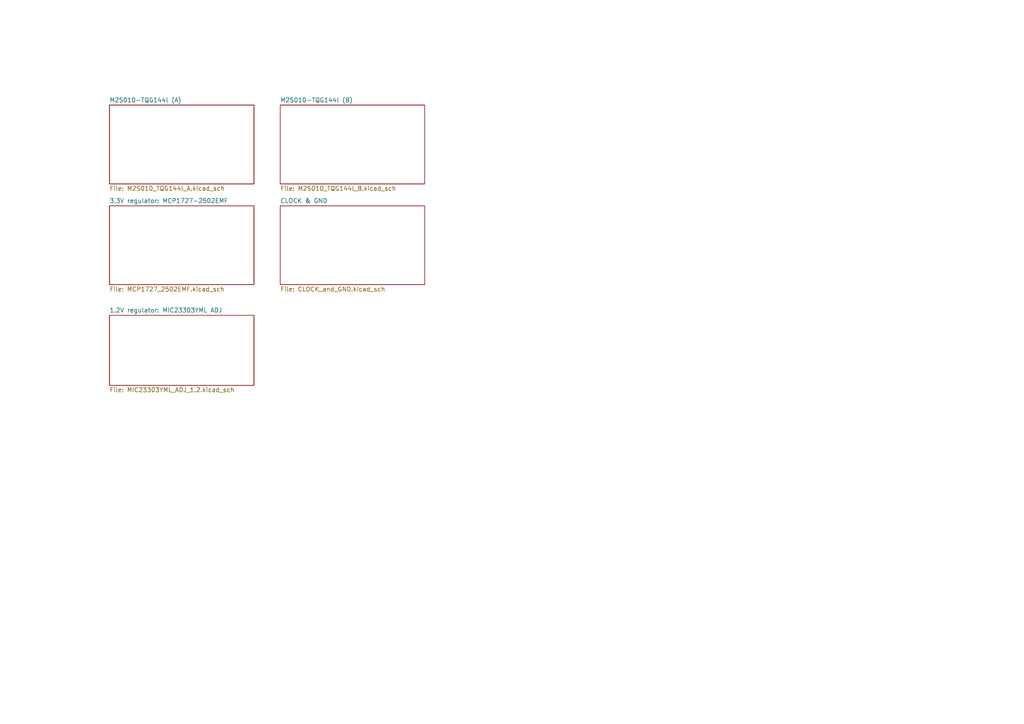
<source format=kicad_sch>
(kicad_sch
	(version 20231120)
	(generator "eeschema")
	(generator_version "8.0")
	(uuid "43847dd5-7638-4c30-aa52-aebad58d47af")
	(paper "A4")
	(title_block
		(title "FPGA - SmartFusion2")
		(company "IFSP - SBV, IFSP - GRU")
		(comment 2 "WILLIAN BUENO SANTOS")
		(comment 3 "ISRAEL RODRIGUES")
		(comment 4 "ADRIANO CÉSAR DE SOUSA PEREIRA")
	)
	(lib_symbols)
	(sheet
		(at 31.75 91.44)
		(size 41.91 20.32)
		(fields_autoplaced yes)
		(stroke
			(width 0.1524)
			(type solid)
		)
		(fill
			(color 0 0 0 0.0000)
		)
		(uuid "44ff27d0-8ebe-4d0c-97e2-4405b22853ac")
		(property "Sheetname" "1.2V regulator: MIC23303YML ADJ"
			(at 31.75 90.7284 0)
			(effects
				(font
					(size 1.27 1.27)
				)
				(justify left bottom)
			)
		)
		(property "Sheetfile" "MIC23303YML_ADJ_1.2.kicad_sch"
			(at 31.75 112.3446 0)
			(effects
				(font
					(size 1.27 1.27)
				)
				(justify left top)
			)
		)
		(instances
			(project "FPGA Board"
				(path "/43847dd5-7638-4c30-aa52-aebad58d47af"
					(page "2")
				)
			)
		)
	)
	(sheet
		(at 31.75 59.69)
		(size 41.91 22.86)
		(fields_autoplaced yes)
		(stroke
			(width 0.1524)
			(type solid)
		)
		(fill
			(color 0 0 0 0.0000)
		)
		(uuid "981cef80-e180-4c37-add0-d2428808eeb2")
		(property "Sheetname" "3,3V regulator: MCP1727-2502EMF"
			(at 31.75 58.9784 0)
			(effects
				(font
					(size 1.27 1.27)
				)
				(justify left bottom)
			)
		)
		(property "Sheetfile" "MCP1727_2502EMF.kicad_sch"
			(at 31.75 83.1346 0)
			(effects
				(font
					(size 1.27 1.27)
				)
				(justify left top)
			)
		)
		(instances
			(project "FPGA Board"
				(path "/43847dd5-7638-4c30-aa52-aebad58d47af"
					(page "4")
				)
			)
		)
	)
	(sheet
		(at 81.28 30.48)
		(size 41.91 22.86)
		(fields_autoplaced yes)
		(stroke
			(width 0.1524)
			(type solid)
		)
		(fill
			(color 0 0 0 0.0000)
		)
		(uuid "a85ce1ea-7962-4fde-b961-60ecccccfe42")
		(property "Sheetname" "M2S010-TQG144l (B)"
			(at 81.28 29.7684 0)
			(effects
				(font
					(size 1.27 1.27)
				)
				(justify left bottom)
			)
		)
		(property "Sheetfile" "M2S010_TQG144l_B.kicad_sch"
			(at 81.28 53.9246 0)
			(effects
				(font
					(size 1.27 1.27)
				)
				(justify left top)
			)
		)
		(instances
			(project "FPGA Board"
				(path "/43847dd5-7638-4c30-aa52-aebad58d47af"
					(page "7")
				)
			)
		)
	)
	(sheet
		(at 81.28 59.69)
		(size 41.91 22.86)
		(fields_autoplaced yes)
		(stroke
			(width 0.1524)
			(type solid)
		)
		(fill
			(color 0 0 0 0.0000)
		)
		(uuid "be469963-8189-4ae0-9253-acf99240a8b4")
		(property "Sheetname" "CLOCK & GND"
			(at 81.28 58.9784 0)
			(effects
				(font
					(size 1.27 1.27)
				)
				(justify left bottom)
			)
		)
		(property "Sheetfile" "CLOCK_and_GND.kicad_sch"
			(at 81.28 83.1346 0)
			(effects
				(font
					(size 1.27 1.27)
				)
				(justify left top)
			)
		)
		(instances
			(project "FPGA Board"
				(path "/43847dd5-7638-4c30-aa52-aebad58d47af"
					(page "5")
				)
			)
		)
	)
	(sheet
		(at 31.75 30.48)
		(size 41.91 22.86)
		(fields_autoplaced yes)
		(stroke
			(width 0.1524)
			(type solid)
		)
		(fill
			(color 0 0 0 0.0000)
		)
		(uuid "f4393e68-fbf9-4a2b-96f3-0495ef674722")
		(property "Sheetname" "M2S010-TQG144l (A)"
			(at 31.75 29.7684 0)
			(effects
				(font
					(size 1.27 1.27)
				)
				(justify left bottom)
			)
		)
		(property "Sheetfile" "M2S010_TQG144l_A.kicad_sch"
			(at 31.75 53.9246 0)
			(effects
				(font
					(size 1.27 1.27)
				)
				(justify left top)
			)
		)
		(instances
			(project "FPGA Board"
				(path "/43847dd5-7638-4c30-aa52-aebad58d47af"
					(page "3")
				)
			)
		)
	)
	(sheet_instances
		(path "/"
			(page "1")
		)
	)
)
</source>
